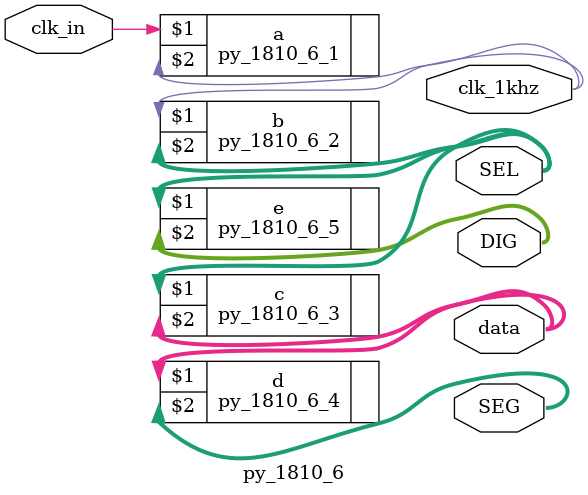
<source format=v>
module py_1810_6(clk_in,clk_1khz,DIG,SEL,data,SEG);
input clk_in;//系统信号
output clk_1khz;
output [1:0] SEL;
output [3:0] data;//存储后三位学号
output [7:0] DIG;//位选信号
output [6:0] SEG;//段选，哪一个数码管显示 SEG0-3
py_1810_6_1 a(clk_in,clk_1khz);
py_1810_6_2 b(clk_1khz,SEL);//计数器
py_1810_6_3 c(SEL,data);
py_1810_6_5 e(SEL,DIG);
py_1810_6_4 d(data,SEG);

endmodule

</source>
